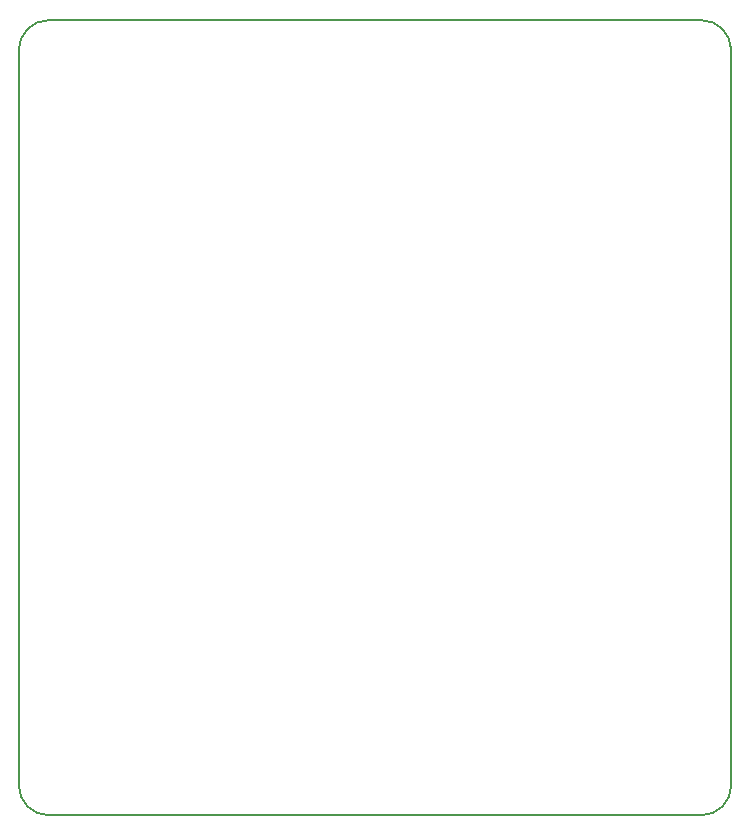
<source format=gbr>
G04 #@! TF.GenerationSoftware,KiCad,Pcbnew,5.0.2-bee76a0~70~ubuntu18.10.1*
G04 #@! TF.CreationDate,2019-03-15T00:59:30+01:00*
G04 #@! TF.ProjectId,Spartan6,53706172-7461-46e3-962e-6b696361645f,rev?*
G04 #@! TF.SameCoordinates,Original*
G04 #@! TF.FileFunction,Profile,NP*
%FSLAX46Y46*%
G04 Gerber Fmt 4.6, Leading zero omitted, Abs format (unit mm)*
G04 Created by KiCad (PCBNEW 5.0.2-bee76a0~70~ubuntu18.10.1) date vie 15 mar 2019 00:59:30 CET*
%MOMM*%
%LPD*%
G01*
G04 APERTURE LIST*
%ADD10C,0.150000*%
G04 APERTURE END LIST*
D10*
X88900000Y-103505000D02*
X33655000Y-103505000D01*
X91440000Y-100965000D02*
X91440000Y-38735000D01*
X33655000Y-36195000D02*
X88900000Y-36195000D01*
X31115000Y-100965000D02*
X31115000Y-38735000D01*
X31115000Y-38735000D02*
G75*
G02X33655000Y-36195000I2540000J0D01*
G01*
X88900000Y-36195000D02*
G75*
G02X91440000Y-38735000I0J-2540000D01*
G01*
X91440000Y-100965000D02*
G75*
G02X88900000Y-103505000I-2540000J0D01*
G01*
X33655000Y-103505000D02*
G75*
G02X31115000Y-100965000I0J2540000D01*
G01*
M02*

</source>
